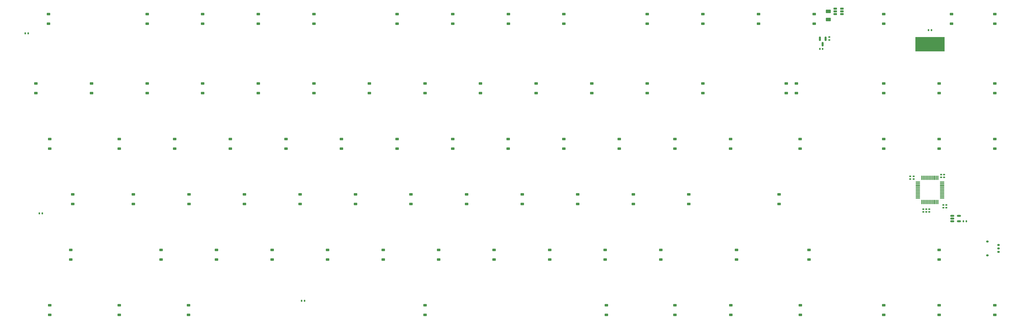
<source format=gbr>
%TF.GenerationSoftware,KiCad,Pcbnew,(7.99.0-267-g8440d7258b)*%
%TF.CreationDate,2023-05-31T01:58:10-07:00*%
%TF.ProjectId,1_2og_repro,315f326f-675f-4726-9570-726f2e6b6963,rev?*%
%TF.SameCoordinates,Original*%
%TF.FileFunction,Paste,Bot*%
%TF.FilePolarity,Positive*%
%FSLAX46Y46*%
G04 Gerber Fmt 4.6, Leading zero omitted, Abs format (unit mm)*
G04 Created by KiCad (PCBNEW (7.99.0-267-g8440d7258b)) date 2023-05-31 01:58:10*
%MOMM*%
%LPD*%
G01*
G04 APERTURE LIST*
G04 Aperture macros list*
%AMRoundRect*
0 Rectangle with rounded corners*
0 $1 Rounding radius*
0 $2 $3 $4 $5 $6 $7 $8 $9 X,Y pos of 4 corners*
0 Add a 4 corners polygon primitive as box body*
4,1,4,$2,$3,$4,$5,$6,$7,$8,$9,$2,$3,0*
0 Add four circle primitives for the rounded corners*
1,1,$1+$1,$2,$3*
1,1,$1+$1,$4,$5*
1,1,$1+$1,$6,$7*
1,1,$1+$1,$8,$9*
0 Add four rect primitives between the rounded corners*
20,1,$1+$1,$2,$3,$4,$5,0*
20,1,$1+$1,$4,$5,$6,$7,0*
20,1,$1+$1,$6,$7,$8,$9,0*
20,1,$1+$1,$8,$9,$2,$3,0*%
G04 Aperture macros list end*
%ADD10RoundRect,0.225000X0.375000X-0.225000X0.375000X0.225000X-0.375000X0.225000X-0.375000X-0.225000X0*%
%ADD11RoundRect,0.140000X-0.170000X0.140000X-0.170000X-0.140000X0.170000X-0.140000X0.170000X0.140000X0*%
%ADD12RoundRect,0.075000X0.075000X-0.662500X0.075000X0.662500X-0.075000X0.662500X-0.075000X-0.662500X0*%
%ADD13RoundRect,0.075000X0.662500X-0.075000X0.662500X0.075000X-0.662500X0.075000X-0.662500X-0.075000X0*%
%ADD14RoundRect,0.135000X0.135000X0.185000X-0.135000X0.185000X-0.135000X-0.185000X0.135000X-0.185000X0*%
%ADD15R,10.000000X5.000000*%
%ADD16RoundRect,0.150000X-0.512500X-0.150000X0.512500X-0.150000X0.512500X0.150000X-0.512500X0.150000X0*%
%ADD17RoundRect,0.140000X-0.140000X-0.170000X0.140000X-0.170000X0.140000X0.170000X-0.140000X0.170000X0*%
%ADD18RoundRect,0.150000X-0.150000X0.587500X-0.150000X-0.587500X0.150000X-0.587500X0.150000X0.587500X0*%
%ADD19RoundRect,0.150000X0.475000X0.150000X-0.475000X0.150000X-0.475000X-0.150000X0.475000X-0.150000X0*%
%ADD20RoundRect,0.250000X-0.625000X0.375000X-0.625000X-0.375000X0.625000X-0.375000X0.625000X0.375000X0*%
%ADD21RoundRect,0.150000X0.275000X-0.150000X0.275000X0.150000X-0.275000X0.150000X-0.275000X-0.150000X0*%
%ADD22RoundRect,0.175000X0.225000X-0.175000X0.225000X0.175000X-0.225000X0.175000X-0.225000X-0.175000X0*%
G04 APERTURE END LIST*
D10*
%TO.C,D9*%
X205455115Y-26413638D03*
X205455115Y-23113638D03*
%TD*%
D11*
%TO.C,C8*%
X329438000Y-89972000D03*
X329438000Y-90932000D03*
%TD*%
D10*
%TO.C,D47*%
X286280115Y-69213638D03*
X286280115Y-65913638D03*
%TD*%
D12*
%TO.C,U2*%
X333456115Y-87577138D03*
X332956115Y-87577138D03*
X332456115Y-87577138D03*
X331956115Y-87577138D03*
X331456115Y-87577138D03*
X330956115Y-87577138D03*
X330456115Y-87577138D03*
X329956115Y-87577138D03*
X329456115Y-87577138D03*
X328956115Y-87577138D03*
X328456115Y-87577138D03*
X327956115Y-87577138D03*
D13*
X326543615Y-86164638D03*
X326543615Y-85664638D03*
X326543615Y-85164638D03*
X326543615Y-84664638D03*
X326543615Y-84164638D03*
X326543615Y-83664638D03*
X326543615Y-83164638D03*
X326543615Y-82664638D03*
X326543615Y-82164638D03*
X326543615Y-81664638D03*
X326543615Y-81164638D03*
X326543615Y-80664638D03*
D12*
X327956115Y-79252138D03*
X328456115Y-79252138D03*
X328956115Y-79252138D03*
X329456115Y-79252138D03*
X329956115Y-79252138D03*
X330456115Y-79252138D03*
X330956115Y-79252138D03*
X331456115Y-79252138D03*
X331956115Y-79252138D03*
X332456115Y-79252138D03*
X332956115Y-79252138D03*
X333456115Y-79252138D03*
D13*
X334868615Y-80664638D03*
X334868615Y-81164638D03*
X334868615Y-81664638D03*
X334868615Y-82164638D03*
X334868615Y-82664638D03*
X334868615Y-83164638D03*
X334868615Y-83664638D03*
X334868615Y-84164638D03*
X334868615Y-84664638D03*
X334868615Y-85164638D03*
X334868615Y-85664638D03*
X334868615Y-86164638D03*
%TD*%
D10*
%TO.C,D5*%
X119865534Y-26418485D03*
X119865534Y-23118485D03*
%TD*%
D11*
%TO.C,C11*%
X330454000Y-89972000D03*
X330454000Y-90932000D03*
%TD*%
D10*
%TO.C,D45*%
X243445115Y-69213638D03*
X243445115Y-65913638D03*
%TD*%
%TO.C,D75*%
X264541000Y-107253638D03*
X264541000Y-103953638D03*
%TD*%
%TO.C,D2*%
X62805534Y-26418485D03*
X62805534Y-23118485D03*
%TD*%
%TO.C,D28*%
X233985115Y-50193638D03*
X233985115Y-46893638D03*
%TD*%
%TO.C,D12*%
X272055115Y-26413638D03*
X272055115Y-23113638D03*
%TD*%
%TO.C,D73*%
X219585115Y-107253638D03*
X219585115Y-103953638D03*
%TD*%
D14*
%TO.C,R2*%
X26926000Y-91440000D03*
X25906000Y-91440000D03*
%TD*%
D10*
%TO.C,D22*%
X119865115Y-50193638D03*
X119865115Y-46893638D03*
%TD*%
%TO.C,D78*%
X333875115Y-107253638D03*
X333875115Y-103953638D03*
%TD*%
%TO.C,D31*%
X314855115Y-50193638D03*
X314855115Y-46893638D03*
%TD*%
%TO.C,D67*%
X105585115Y-107253638D03*
X105585115Y-103953638D03*
%TD*%
%TO.C,D4*%
X100845534Y-26418485D03*
X100845534Y-23118485D03*
%TD*%
%TO.C,D11*%
X253005115Y-26413638D03*
X253005115Y-23113638D03*
%TD*%
%TO.C,D87*%
X333875115Y-126273638D03*
X333875115Y-122973638D03*
%TD*%
%TO.C,D44*%
X224425115Y-69213638D03*
X224425115Y-65913638D03*
%TD*%
%TO.C,D6*%
X148395115Y-26413638D03*
X148395115Y-23113638D03*
%TD*%
%TO.C,D33*%
X352895115Y-50193638D03*
X352895115Y-46893638D03*
%TD*%
%TO.C,D21*%
X100845115Y-50193638D03*
X100845115Y-46893638D03*
%TD*%
%TO.C,D16*%
X352895115Y-26413638D03*
X352895115Y-23113638D03*
%TD*%
%TO.C,D15*%
X338074000Y-26413638D03*
X338074000Y-23113638D03*
%TD*%
%TO.C,D8*%
X186435115Y-26413638D03*
X186435115Y-23113638D03*
%TD*%
D15*
%TO.C,J5*%
X330706114Y-33400999D03*
%TD*%
D10*
%TO.C,D52*%
X58135115Y-88233638D03*
X58135115Y-84933638D03*
%TD*%
%TO.C,D66*%
X86585115Y-107253638D03*
X86585115Y-103953638D03*
%TD*%
%TO.C,D58*%
X172155115Y-88233638D03*
X172155115Y-84933638D03*
%TD*%
%TO.C,D41*%
X167365115Y-69213638D03*
X167365115Y-65913638D03*
%TD*%
%TO.C,D42*%
X186385115Y-69213638D03*
X186385115Y-65913638D03*
%TD*%
D11*
%TO.C,C7*%
X325120000Y-78740000D03*
X325120000Y-79700000D03*
%TD*%
D10*
%TO.C,D1*%
X29083000Y-26413638D03*
X29083000Y-23113638D03*
%TD*%
%TO.C,D20*%
X81825115Y-50193638D03*
X81825115Y-46893638D03*
%TD*%
%TO.C,D54*%
X96135115Y-88233638D03*
X96135115Y-84933638D03*
%TD*%
%TO.C,D19*%
X62805115Y-50193638D03*
X62805115Y-46893638D03*
%TD*%
%TO.C,D62*%
X248175115Y-88233638D03*
X248175115Y-84933638D03*
%TD*%
%TO.C,D40*%
X148345115Y-69213638D03*
X148345115Y-65913638D03*
%TD*%
%TO.C,D51*%
X37338000Y-88233638D03*
X37338000Y-84933638D03*
%TD*%
%TO.C,D3*%
X81825534Y-26418485D03*
X81825534Y-23118485D03*
%TD*%
%TO.C,D35*%
X53245115Y-69213638D03*
X53245115Y-65913638D03*
%TD*%
%TO.C,D50*%
X352895115Y-69213638D03*
X352895115Y-65913638D03*
%TD*%
%TO.C,D88*%
X352895115Y-126273638D03*
X352895115Y-122973638D03*
%TD*%
%TO.C,D76*%
X289306000Y-107253638D03*
X289306000Y-103953638D03*
%TD*%
%TO.C,D10*%
X233985115Y-26413638D03*
X233985115Y-23113638D03*
%TD*%
D11*
%TO.C,C5*%
X335534000Y-78105000D03*
X335534000Y-79065000D03*
%TD*%
%TO.C,C6*%
X336296000Y-88547000D03*
X336296000Y-89507000D03*
%TD*%
D10*
%TO.C,D71*%
X181585115Y-107253638D03*
X181585115Y-103953638D03*
%TD*%
%TO.C,D48*%
X314855115Y-69213638D03*
X314855115Y-65913638D03*
%TD*%
D16*
%TO.C,U4*%
X338333500Y-94168000D03*
X338333500Y-93218000D03*
X338333500Y-92268000D03*
X340608500Y-92268000D03*
X340608500Y-94168000D03*
%TD*%
D10*
%TO.C,D86*%
X314855115Y-126273638D03*
X314855115Y-122973638D03*
%TD*%
D11*
%TO.C,C4*%
X328422000Y-89972000D03*
X328422000Y-90932000D03*
%TD*%
D10*
%TO.C,D84*%
X262607615Y-126273638D03*
X262607615Y-122973638D03*
%TD*%
D17*
%TO.C,C9*%
X293017000Y-35052000D03*
X293977000Y-35052000D03*
%TD*%
D10*
%TO.C,D57*%
X153135115Y-88233638D03*
X153135115Y-84933638D03*
%TD*%
%TO.C,D36*%
X72265115Y-69213638D03*
X72265115Y-65913638D03*
%TD*%
%TO.C,D53*%
X77135115Y-88233638D03*
X77135115Y-84933638D03*
%TD*%
%TO.C,D7*%
X167415115Y-26413638D03*
X167415115Y-23113638D03*
%TD*%
%TO.C,D74*%
X238585115Y-107253638D03*
X238585115Y-103953638D03*
%TD*%
D18*
%TO.C,U1*%
X293055000Y-31574500D03*
X294955000Y-31574500D03*
X294005000Y-33449500D03*
%TD*%
D10*
%TO.C,D25*%
X176925115Y-50193638D03*
X176925115Y-46893638D03*
%TD*%
%TO.C,D59*%
X191175115Y-88233638D03*
X191175115Y-84933638D03*
%TD*%
%TO.C,D65*%
X67585115Y-107253638D03*
X67585115Y-103953638D03*
%TD*%
%TO.C,D68*%
X124585115Y-107253638D03*
X124585115Y-103953638D03*
%TD*%
%TO.C,D79*%
X29515115Y-126273638D03*
X29515115Y-122973638D03*
%TD*%
%TO.C,D32*%
X333875115Y-50193638D03*
X333875115Y-46893638D03*
%TD*%
D17*
%TO.C,C13*%
X342194000Y-94168000D03*
X343154000Y-94168000D03*
%TD*%
D10*
%TO.C,D23*%
X138885115Y-50193638D03*
X138885115Y-46893638D03*
%TD*%
%TO.C,D26*%
X195945115Y-50193638D03*
X195945115Y-46893638D03*
%TD*%
%TO.C,D63*%
X279095088Y-88233669D03*
X279095088Y-84933669D03*
%TD*%
D11*
%TO.C,C10*%
X296291000Y-31016000D03*
X296291000Y-31976000D03*
%TD*%
%TO.C,C3*%
X323977000Y-78740000D03*
X323977000Y-79700000D03*
%TD*%
D10*
%TO.C,D27*%
X214965115Y-50193638D03*
X214965115Y-46893638D03*
%TD*%
%TO.C,D72*%
X200585115Y-107253638D03*
X200585115Y-103953638D03*
%TD*%
%TO.C,D64*%
X36665115Y-107253638D03*
X36665115Y-103953638D03*
%TD*%
%TO.C,D18*%
X43785115Y-50193638D03*
X43785115Y-46893638D03*
%TD*%
%TO.C,D56*%
X134135115Y-88233638D03*
X134135115Y-84933638D03*
%TD*%
%TO.C,D80*%
X53257615Y-126273638D03*
X53257615Y-122973638D03*
%TD*%
%TO.C,D43*%
X205405115Y-69213638D03*
X205405115Y-65913638D03*
%TD*%
%TO.C,D82*%
X157916529Y-126270498D03*
X157916529Y-122970498D03*
%TD*%
%TO.C,D55*%
X115135115Y-88233638D03*
X115135115Y-84933638D03*
%TD*%
%TO.C,D85*%
X286325115Y-126273638D03*
X286325115Y-122973638D03*
%TD*%
D14*
%TO.C,R3*%
X331218000Y-28575000D03*
X330198000Y-28575000D03*
%TD*%
D10*
%TO.C,D61*%
X229175115Y-88233638D03*
X229175115Y-84933638D03*
%TD*%
%TO.C,D49*%
X333875115Y-69213638D03*
X333875115Y-65913638D03*
%TD*%
D19*
%TO.C,U3*%
X300609000Y-21244000D03*
X300609000Y-22194000D03*
X300609000Y-23144000D03*
X298259000Y-23144000D03*
X298259000Y-22194000D03*
X298259000Y-21244000D03*
%TD*%
D10*
%TO.C,D77*%
X284988000Y-50193638D03*
X284988000Y-46893638D03*
%TD*%
%TO.C,D81*%
X76960115Y-126273638D03*
X76960115Y-122973638D03*
%TD*%
%TO.C,D70*%
X162585115Y-107253638D03*
X162585115Y-103953638D03*
%TD*%
%TO.C,D69*%
X143585115Y-107253638D03*
X143585115Y-103953638D03*
%TD*%
%TO.C,D46*%
X262465115Y-69213638D03*
X262465115Y-65913638D03*
%TD*%
%TO.C,D30*%
X281550115Y-50193638D03*
X281550115Y-46893638D03*
%TD*%
D20*
%TO.C,F1*%
X295910000Y-22194000D03*
X295910000Y-24994000D03*
%TD*%
D10*
%TO.C,D17*%
X24765115Y-50193638D03*
X24765115Y-46893638D03*
%TD*%
D14*
%TO.C,R1*%
X116715000Y-121412000D03*
X115695000Y-121412000D03*
%TD*%
D10*
%TO.C,D39*%
X129325115Y-69213638D03*
X129325115Y-65913638D03*
%TD*%
%TO.C,D13*%
X291075115Y-26413638D03*
X291075115Y-23113638D03*
%TD*%
%TO.C,D29*%
X253005115Y-50193638D03*
X253005115Y-46893638D03*
%TD*%
D11*
%TO.C,C1*%
X334518000Y-78105000D03*
X334518000Y-79065000D03*
%TD*%
D10*
%TO.C,D14*%
X314855115Y-26413638D03*
X314855115Y-23113638D03*
%TD*%
%TO.C,D60*%
X210175115Y-88233638D03*
X210175115Y-84933638D03*
%TD*%
%TO.C,D93*%
X219964000Y-126237000D03*
X219964000Y-122937000D03*
%TD*%
D11*
%TO.C,C2*%
X335280000Y-88547000D03*
X335280000Y-89507000D03*
%TD*%
D10*
%TO.C,D83*%
X243459000Y-126273638D03*
X243459000Y-122973638D03*
%TD*%
%TO.C,D34*%
X29495115Y-69213638D03*
X29495115Y-65913638D03*
%TD*%
D21*
%TO.C,J1*%
X354173000Y-104673000D03*
X354173000Y-103473000D03*
X354173000Y-102273000D03*
D22*
X350398000Y-105823000D03*
X350398000Y-101123000D03*
%TD*%
D10*
%TO.C,D38*%
X110305115Y-69213638D03*
X110305115Y-65913638D03*
%TD*%
%TO.C,D37*%
X91285115Y-69213638D03*
X91285115Y-65913638D03*
%TD*%
%TO.C,D24*%
X157905115Y-50193638D03*
X157905115Y-46893638D03*
%TD*%
D14*
%TO.C,R4*%
X22100000Y-29718000D03*
X21080000Y-29718000D03*
%TD*%
M02*

</source>
